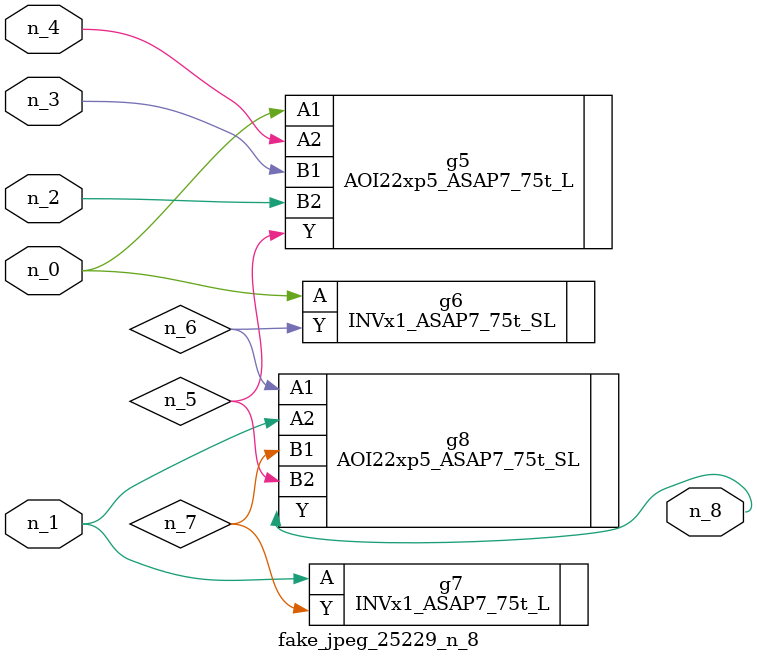
<source format=v>
module fake_jpeg_25229_n_8 (n_3, n_2, n_1, n_0, n_4, n_8);

input n_3;
input n_2;
input n_1;
input n_0;
input n_4;

output n_8;

wire n_6;
wire n_5;
wire n_7;

AOI22xp5_ASAP7_75t_L g5 ( 
.A1(n_0),
.A2(n_4),
.B1(n_3),
.B2(n_2),
.Y(n_5)
);

INVx1_ASAP7_75t_SL g6 ( 
.A(n_0),
.Y(n_6)
);

INVx1_ASAP7_75t_L g7 ( 
.A(n_1),
.Y(n_7)
);

AOI22xp5_ASAP7_75t_SL g8 ( 
.A1(n_6),
.A2(n_1),
.B1(n_7),
.B2(n_5),
.Y(n_8)
);


endmodule
</source>
